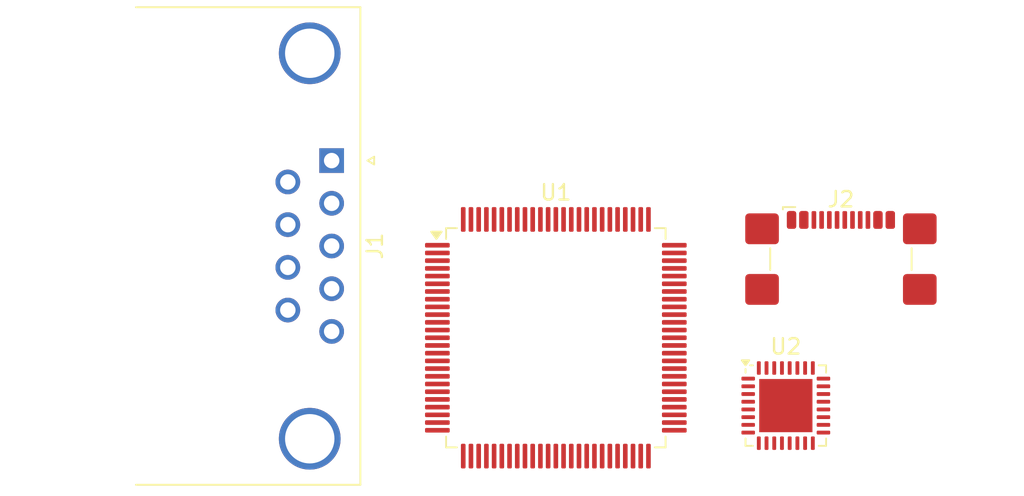
<source format=kicad_pcb>
(kicad_pcb (version 20241229) (generator "pcbnew") (generator_version "9.0")
  (layers (0 "F.Cu" signal) (4 "In1.Cu" signal) (6 "In2.Cu" signal) (2 "B.Cu" signal) (13 "F.Paste" user) (15 "B.Paste" user) (5 "F.SilkS" user "F.Silkscreen") (7 "B.SilkS" user "B.Silkscreen") (1 "F.Mask" user) (3 "B.Mask" user) (25 "Edge.Cuts" user))
  (net 0 "")
  (net 1 "GND")
  (net 2 "/CAN1_LO")
  (net 3 "+5V")
  (net 4 "+12V")
  (net 5 "/CAN0_LO")
  (net 6 "/CAN0_HI")
  (net 7 "/CAN1_HI")
  (net 9 "Net-(J2-GND-PadA1)")
  (net 10 "Net-(J2-VBUS-PadA4)")
  (net 41 "Net-(U1-VSS-Pad10)")
  (footprint "Connector_USB:USB_C_Receptacle_GCT_USB4110" (layer "F.Cu") (at 126.42 105.99)
    (property "Reference" "J2" (at 0 -5.015 0) (layer "F.SilkS"))
    (property "Value" "USB_C_Receptacle_USB2.0_14P")
    (fp_line (start -4.58 -0.435) (end -4.58 -1.845) (stroke (width 0.12)) (layer "F.SilkS"))
    (fp_line (start -3.76 -4.515) (end -3.76 -4.365) (stroke (width 0.12)) (layer "F.SilkS"))
    (fp_line (start -2.96 -4.515) (end -3.76 -4.515) (stroke (width 0.12)) (layer "F.SilkS"))
    (fp_line (start 4.58 -0.435) (end 4.58 -1.845) (stroke (width 0.12)) (layer "F.SilkS"))
    (pad "" np_thru_hole circle (at -2.89 -2.605) (size 0.65 0.65) (drill 0.65) (layers "F&B.Cu" "*.Mask"))
    (pad "" np_thru_hole circle (at 2.89 -2.605) (size 0.65 0.65) (drill 0.65) (layers "F&B.Cu" "*.Mask"))
    (pad "A1" smd roundrect (at -3.2 -3.68) (size 0.6 1.15) (layers "F.Cu" "F.Mask" "F.Paste") (net 9 "Net-(J2-GND-PadA1)"))
    (pad "A4" smd roundrect (at -2.4 -3.68) (size 0.6 1.15) (layers "F.Cu" "F.Mask" "F.Paste") (net 10 "Net-(J2-VBUS-PadA4)"))
    (pad "A5" smd roundrect (at -1.25 -3.68) (size 0.3 1.15) (layers "F.Cu" "F.Mask" "F.Paste"))
    (pad "A6" smd roundrect (at -0.25 -3.68) (size 0.3 1.15) (layers "F.Cu" "F.Mask" "F.Paste"))
    (pad "A7" smd roundrect (at 0.25 -3.68) (size 0.3 1.15) (layers "F.Cu" "F.Mask" "F.Paste"))
    (pad "A8" smd roundrect (at 1.25 -3.68) (size 0.3 1.15) (layers "F.Cu" "F.Mask" "F.Paste"))
    (pad "A9" smd roundrect (at 2.4 -3.68) (size 0.6 1.15) (layers "F.Cu" "F.Mask" "F.Paste") (net 10 "Net-(J2-VBUS-PadA4)"))
    (pad "A12" smd roundrect (at 3.2 -3.68) (size 0.6 1.15) (layers "F.Cu" "F.Mask" "F.Paste") (net 9 "Net-(J2-GND-PadA1)"))
    (pad "B1" smd roundrect (at 3.2 -3.68) (size 0.6 1.15) (layers "F.Cu" "F.Mask" "F.Paste") (net 9 "Net-(J2-GND-PadA1)"))
    (pad "B4" smd roundrect (at 2.4 -3.68) (size 0.6 1.15) (layers "F.Cu" "F.Mask" "F.Paste") (net 10 "Net-(J2-VBUS-PadA4)"))
    (pad "B5" smd roundrect (at 1.75 -3.68) (size 0.3 1.15) (layers "F.Cu" "F.Mask" "F.Paste"))
    (pad "B6" smd roundrect (at 0.75 -3.68) (size 0.3 1.15) (layers "F.Cu" "F.Mask" "F.Paste"))
    (pad "B7" smd roundrect (at -0.75 -3.68) (size 0.3 1.15) (layers "F.Cu" "F.Mask" "F.Paste"))
    (pad "B8" smd roundrect (at -1.75 -3.68) (size 0.3 1.15) (layers "F.Cu" "F.Mask" "F.Paste"))
    (pad "B9" smd roundrect (at -2.4 -3.68) (size 0.6 1.15) (layers "F.Cu" "F.Mask" "F.Paste") (net 10 "Net-(J2-VBUS-PadA4)"))
    (pad "B12" smd roundrect (at -3.2 -3.68) (size 0.6 1.15) (layers "F.Cu" "F.Mask" "F.Paste") (net 9 "Net-(J2-GND-PadA1)"))
    (pad "S1" smd roundrect (at -5.11 -3.105) (size 2.18 2) (layers "F.Cu" "F.Mask" "F.Paste") (roundrect_rratio 0.125))
    (pad "S1" smd roundrect (at -5.11 0.825) (size 2.18 2) (layers "F.Cu" "F.Mask" "F.Paste") (roundrect_rratio 0.125))
    (pad "S1" smd roundrect (at 5.11 -3.105) (size 2.18 2) (layers "F.Cu" "F.Mask" "F.Paste") (roundrect_rratio 0.125))
    (pad "S1" smd roundrect (at 5.11 0.825) (size 2.18 2) (layers "F.Cu" "F.Mask" "F.Paste") (roundrect_rratio 0.125))
  )
  (footprint "Package_DFN_QFN:QFN-32-1EP_5x5mm_P0.5mm_EP3.45x3.45mm" (layer "F.Cu") (at 122.85 114.35)
    (property "Reference" "U2" (at 0 -3.83 0) (layer "F.SilkS"))
    (property "Value" "USB3300-EZK")
    (fp_line (start -2.61 -2.135) (end -2.61 -2.37) (stroke (width 0.12)) (layer "F.SilkS"))
    (fp_line (start -2.61 2.61) (end -2.61 2.135) (stroke (width 0.12)) (layer "F.SilkS"))
    (fp_line (start -2.135 -2.61) (end -2.31 -2.61) (stroke (width 0.12)) (layer "F.SilkS"))
    (fp_line (start -2.135 2.61) (end -2.61 2.61) (stroke (width 0.12)) (layer "F.SilkS"))
    (fp_line (start 2.135 -2.61) (end 2.61 -2.61) (stroke (width 0.12)) (layer "F.SilkS"))
    (fp_line (start 2.135 2.61) (end 2.61 2.61) (stroke (width 0.12)) (layer "F.SilkS"))
    (fp_line (start 2.61 -2.61) (end 2.61 -2.135) (stroke (width 0.12)) (layer "F.SilkS"))
    (fp_line (start 2.61 2.61) (end 2.61 2.135) (stroke (width 0.12)) (layer "F.SilkS"))
    (fp_poly (pts (xy -2.61 -2.61) (xy -2.85 -2.94) (xy -2.37 -2.94) (xy -2.61 -2.61)) (stroke (width 0.12)) (fill yes) (layer "F.SilkS"))
    (pad "1" smd roundrect (at -2.4375 -1.75) (size 0.875 0.25) (layers "F.Cu" "F.Mask" "F.Paste"))
    (pad "2" smd roundrect (at -2.4375 -1.25) (size 0.875 0.25) (layers "F.Cu" "F.Mask" "F.Paste"))
    (pad "3" smd roundrect (at -2.4375 -0.75) (size 0.875 0.25) (layers "F.Cu" "F.Mask" "F.Paste"))
    (pad "4" smd roundrect (at -2.4375 -0.25) (size 0.875 0.25) (layers "F.Cu" "F.Mask" "F.Paste"))
    (pad "5" smd roundrect (at -2.4375 0.25) (size 0.875 0.25) (layers "F.Cu" "F.Mask" "F.Paste"))
    (pad "6" smd roundrect (at -2.4375 0.75) (size 0.875 0.25) (layers "F.Cu" "F.Mask" "F.Paste"))
    (pad "7" smd roundrect (at -2.4375 1.25) (size 0.875 0.25) (layers "F.Cu" "F.Mask" "F.Paste"))
    (pad "8" smd roundrect (at -2.4375 1.75) (size 0.875 0.25) (layers "F.Cu" "F.Mask" "F.Paste"))
    (pad "9" smd roundrect (at -1.75 2.4375) (size 0.25 0.875) (layers "F.Cu" "F.Mask" "F.Paste"))
    (pad "10" smd roundrect (at -1.25 2.4375) (size 0.25 0.875) (layers "F.Cu" "F.Mask" "F.Paste"))
    (pad "11" smd roundrect (at -0.75 2.4375) (size 0.25 0.875) (layers "F.Cu" "F.Mask" "F.Paste"))
    (pad "12" smd roundrect (at -0.25 2.4375) (size 0.25 0.875) (layers "F.Cu" "F.Mask" "F.Paste"))
    (pad "13" smd roundrect (at 0.25 2.4375) (size 0.25 0.875) (layers "F.Cu" "F.Mask" "F.Paste"))
    (pad "14" smd roundrect (at 0.75 2.4375) (size 0.25 0.875) (layers "F.Cu" "F.Mask" "F.Paste"))
    (pad "15" smd roundrect (at 1.25 2.4375) (size 0.25 0.875) (layers "F.Cu" "F.Mask" "F.Paste"))
    (pad "16" smd roundrect (at 1.75 2.4375) (size 0.25 0.875) (layers "F.Cu" "F.Mask" "F.Paste"))
    (pad "17" smd roundrect (at 2.4375 1.75) (size 0.875 0.25) (layers "F.Cu" "F.Mask" "F.Paste"))
    (pad "18" smd roundrect (at 2.4375 1.25) (size 0.875 0.25) (layers "F.Cu" "F.Mask" "F.Paste"))
    (pad "19" smd roundrect (at 2.4375 0.75) (size 0.875 0.25) (layers "F.Cu" "F.Mask" "F.Paste"))
    (pad "20" smd roundrect (at 2.4375 0.25) (size 0.875 0.25) (layers "F.Cu" "F.Mask" "F.Paste"))
    (pad "21" smd roundrect (at 2.4375 -0.25) (size 0.875 0.25) (layers "F.Cu" "F.Mask" "F.Paste"))
    (pad "22" smd roundrect (at 2.4375 -0.75) (size 0.875 0.25) (layers "F.Cu" "F.Mask" "F.Paste"))
    (pad "23" smd roundrect (at 2.4375 -1.25) (size 0.875 0.25) (layers "F.Cu" "F.Mask" "F.Paste"))
    (pad "24" smd roundrect (at 2.4375 -1.75) (size 0.875 0.25) (layers "F.Cu" "F.Mask" "F.Paste"))
    (pad "25" smd roundrect (at 1.75 -2.4375) (size 0.25 0.875) (layers "F.Cu" "F.Mask" "F.Paste"))
    (pad "26" smd roundrect (at 1.25 -2.4375) (size 0.25 0.875) (layers "F.Cu" "F.Mask" "F.Paste"))
    (pad "27" smd roundrect (at 0.75 -2.4375) (size 0.25 0.875) (layers "F.Cu" "F.Mask" "F.Paste"))
    (pad "28" smd roundrect (at 0.25 -2.4375) (size 0.25 0.875) (layers "F.Cu" "F.Mask" "F.Paste"))
    (pad "29" smd roundrect (at -0.25 -2.4375) (size 0.25 0.875) (layers "F.Cu" "F.Mask" "F.Paste"))
    (pad "30" smd roundrect (at -0.75 -2.4375) (size 0.25 0.875) (layers "F.Cu" "F.Mask" "F.Paste"))
    (pad "31" smd roundrect (at -1.25 -2.4375) (size 0.25 0.875) (layers "F.Cu" "F.Mask" "F.Paste"))
    (pad "32" smd roundrect (at -1.75 -2.4375) (size 0.25 0.875) (layers "F.Cu" "F.Mask" "F.Paste"))
    (pad "33" smd rect (at 0 0) (size 3.45 3.45) (property pad_prop_heatsink) (layers "F.Cu" "F.Mask"))
  )
  (footprint "Connector_Dsub:DSUB-9_Pins_Horizontal_P2.77x2.84mm_EdgePinOffset9.90mm_Housed_MountingHolesOffset11.32mm" (layer "F.Cu") (at 93.425331 98.46 -90)
    (property "Reference" "J1" (at 5.54 -2.8 90) (layer "F.SilkS"))
    (property "Value" "DE9_Pins")
    (fp_line (start -9.945 12.68) (end -9.945 -1.86) (stroke (width 0.12)) (layer "F.SilkS"))
    (fp_line (start -9.945 -1.86) (end 21.025 -1.86) (stroke (width 0.12)) (layer "F.SilkS"))
    (fp_line (start 21.025 -1.86) (end 21.025 12.68) (stroke (width 0.12)) (layer "F.SilkS"))
    (fp_line (start 0 -2.321325) (end -0.25 -2.754338) (stroke (width 0.12)) (layer "F.SilkS"))
    (fp_line (start -0.25 -2.754338) (end 0.25 -2.754338) (stroke (width 0.12)) (layer "F.SilkS"))
    (fp_line (start 0.25 -2.754338) (end 0 -2.321325) (stroke (width 0.12)) (layer "F.SilkS"))
    (pad "0" thru_hole circle (at -6.96 1.42 270) (size 4 4) (drill 3.2) (layers "*.Cu" "*.Mask"))
    (pad "0" thru_hole circle (at 18.04 1.42 270) (size 4 4) (drill 3.2) (layers "*.Cu" "*.Mask"))
    (pad "1" thru_hole rect (at 0 0 270) (size 1.6 1.6) (drill 1) (layers "*.Cu" "*.Mask") (net 3 "+5V"))
    (pad "2" thru_hole circle (at 2.77 0 270) (size 1.6 1.6) (drill 1) (layers "*.Cu" "*.Mask") (net 5 "/CAN0_LO"))
    (pad "3" thru_hole circle (at 5.54 0 270) (size 1.6 1.6) (drill 1) (layers "*.Cu" "*.Mask") (net 1 "GND"))
    (pad "4" thru_hole circle (at 8.31 0 270) (size 1.6 1.6) (drill 1) (layers "*.Cu" "*.Mask") (net 2 "/CAN1_LO"))
    (pad "5" thru_hole circle (at 11.08 0 270) (size 1.6 1.6) (drill 1) (layers "*.Cu" "*.Mask") (net 1 "GND"))
    (pad "6" thru_hole circle (at 1.385 2.84 270) (size 1.6 1.6) (drill 1) (layers "*.Cu" "*.Mask") (net 1 "GND"))
    (pad "7" thru_hole circle (at 4.155 2.84 270) (size 1.6 1.6) (drill 1) (layers "*.Cu" "*.Mask") (net 6 "/CAN0_HI"))
    (pad "8" thru_hole circle (at 6.925 2.84 270) (size 1.6 1.6) (drill 1) (layers "*.Cu" "*.Mask") (net 7 "/CAN1_HI"))
    (pad "9" thru_hole circle (at 9.695 2.84 270) (size 1.6 1.6) (drill 1) (layers "*.Cu" "*.Mask") (net 4 "+12V"))
  )
  (footprint "Package_QFP:LQFP-100_14x14mm_P0.5mm" (layer "F.Cu") (at 107.95 109.95)
    (property "Reference" "U1" (at 0 -9.42 0) (layer "F.SilkS"))
    (property "Value" "STM32H723VETx")
    (fp_line (start -7.11 -7.11) (end -7.11 -6.41) (stroke (width 0.12)) (layer "F.SilkS"))
    (fp_line (start -7.11 7.11) (end -7.11 6.41) (stroke (width 0.12)) (layer "F.SilkS"))
    (fp_line (start -6.41 -7.11) (end -7.11 -7.11) (stroke (width 0.12)) (layer "F.SilkS"))
    (fp_line (start -6.41 7.11) (end -7.11 7.11) (stroke (width 0.12)) (layer "F.SilkS"))
    (fp_line (start 6.41 -7.11) (end 7.11 -7.11) (stroke (width 0.12)) (layer "F.SilkS"))
    (fp_line (start 6.41 7.11) (end 7.11 7.11) (stroke (width 0.12)) (layer "F.SilkS"))
    (fp_line (start 7.11 -7.11) (end 7.11 -6.41) (stroke (width 0.12)) (layer "F.SilkS"))
    (fp_line (start 7.11 7.11) (end 7.11 6.41) (stroke (width 0.12)) (layer "F.SilkS"))
    (fp_poly (pts (xy -7.7375 -6.41) (xy -8.0775 -6.88) (xy -7.3975 -6.88) (xy -7.7375 -6.41)) (stroke (width 0.12)) (fill yes) (layer "F.SilkS"))
    (pad "1" smd roundrect (at -7.675 -6) (size 1.6 0.3) (layers "F.Cu" "F.Mask" "F.Paste"))
    (pad "2" smd roundrect (at -7.675 -5.5) (size 1.6 0.3) (layers "F.Cu" "F.Mask" "F.Paste"))
    (pad "3" smd roundrect (at -7.675 -5) (size 1.6 0.3) (layers "F.Cu" "F.Mask" "F.Paste"))
    (pad "4" smd roundrect (at -7.675 -4.5) (size 1.6 0.3) (layers "F.Cu" "F.Mask" "F.Paste"))
    (pad "5" smd roundrect (at -7.675 -4) (size 1.6 0.3) (layers "F.Cu" "F.Mask" "F.Paste"))
    (pad "6" smd roundrect (at -7.675 -3.5) (size 1.6 0.3) (layers "F.Cu" "F.Mask" "F.Paste"))
    (pad "7" smd roundrect (at -7.675 -3) (size 1.6 0.3) (layers "F.Cu" "F.Mask" "F.Paste"))
    (pad "8" smd roundrect (at -7.675 -2.5) (size 1.6 0.3) (layers "F.Cu" "F.Mask" "F.Paste"))
    (pad "9" smd roundrect (at -7.675 -2) (size 1.6 0.3) (layers "F.Cu" "F.Mask" "F.Paste"))
    (pad "10" smd roundrect (at -7.675 -1.5) (size 1.6 0.3) (layers "F.Cu" "F.Mask" "F.Paste") (net 41 "Net-(U1-VSS-Pad10)"))
    (pad "11" smd roundrect (at -7.675 -1) (size 1.6 0.3) (layers "F.Cu" "F.Mask" "F.Paste"))
    (pad "12" smd roundrect (at -7.675 -0.5) (size 1.6 0.3) (layers "F.Cu" "F.Mask" "F.Paste"))
    (pad "13" smd roundrect (at -7.675 0) (size 1.6 0.3) (layers "F.Cu" "F.Mask" "F.Paste"))
    (pad "14" smd roundrect (at -7.675 0.5) (size 1.6 0.3) (layers "F.Cu" "F.Mask" "F.Paste"))
    (pad "15" smd roundrect (at -7.675 1) (size 1.6 0.3) (layers "F.Cu" "F.Mask" "F.Paste"))
    (pad "16" smd roundrect (at -7.675 1.5) (size 1.6 0.3) (layers "F.Cu" "F.Mask" "F.Paste"))
    (pad "17" smd roundrect (at -7.675 2) (size 1.6 0.3) (layers "F.Cu" "F.Mask" "F.Paste"))
    (pad "18" smd roundrect (at -7.675 2.5) (size 1.6 0.3) (layers "F.Cu" "F.Mask" "F.Paste"))
    (pad "19" smd roundrect (at -7.675 3) (size 1.6 0.3) (layers "F.Cu" "F.Mask" "F.Paste"))
    (pad "20" smd roundrect (at -7.675 3.5) (size 1.6 0.3) (layers "F.Cu" "F.Mask" "F.Paste"))
    (pad "21" smd roundrect (at -7.675 4) (size 1.6 0.3) (layers "F.Cu" "F.Mask" "F.Paste"))
    (pad "22" smd roundrect (at -7.675 4.5) (size 1.6 0.3) (layers "F.Cu" "F.Mask" "F.Paste"))
    (pad "23" smd roundrect (at -7.675 5) (size 1.6 0.3) (layers "F.Cu" "F.Mask" "F.Paste"))
    (pad "24" smd roundrect (at -7.675 5.5) (size 1.6 0.3) (layers "F.Cu" "F.Mask" "F.Paste"))
    (pad "25" smd roundrect (at -7.675 6) (size 1.6 0.3) (layers "F.Cu" "F.Mask" "F.Paste"))
    (pad "26" smd roundrect (at -6 7.675) (size 0.3 1.6) (layers "F.Cu" "F.Mask" "F.Paste") (net 41 "Net-(U1-VSS-Pad10)"))
    (pad "27" smd roundrect (at -5.5 7.675) (size 0.3 1.6) (layers "F.Cu" "F.Mask" "F.Paste"))
    (pad "28" smd roundrect (at -5 7.675) (size 0.3 1.6) (layers "F.Cu" "F.Mask" "F.Paste"))
    (pad "29" smd roundrect (at -4.5 7.675) (size 0.3 1.6) (layers "F.Cu" "F.Mask" "F.Paste"))
    (pad "30" smd roundrect (at -4 7.675) (size 0.3 1.6) (layers "F.Cu" "F.Mask" "F.Paste"))
    (pad "31" smd roundrect (at -3.5 7.675) (size 0.3 1.6) (layers "F.Cu" "F.Mask" "F.Paste"))
    (pad "32" smd roundrect (at -3 7.675) (size 0.3 1.6) (layers "F.Cu" "F.Mask" "F.Paste"))
    (pad "33" smd roundrect (at -2.5 7.675) (size 0.3 1.6) (layers "F.Cu" "F.Mask" "F.Paste"))
    (pad "34" smd roundrect (at -2 7.675) (size 0.3 1.6) (layers "F.Cu" "F.Mask" "F.Paste"))
    (pad "35" smd roundrect (at -1.5 7.675) (size 0.3 1.6) (layers "F.Cu" "F.Mask" "F.Paste"))
    (pad "36" smd roundrect (at -1 7.675) (size 0.3 1.6) (layers "F.Cu" "F.Mask" "F.Paste"))
    (pad "37" smd roundrect (at -0.5 7.675) (size 0.3 1.6) (layers "F.Cu" "F.Mask" "F.Paste"))
    (pad "38" smd roundrect (at 0 7.675) (size 0.3 1.6) (layers "F.Cu" "F.Mask" "F.Paste"))
    (pad "39" smd roundrect (at 0.5 7.675) (size 0.3 1.6) (layers "F.Cu" "F.Mask" "F.Paste"))
    (pad "40" smd roundrect (at 1 7.675) (size 0.3 1.6) (layers "F.Cu" "F.Mask" "F.Paste"))
    (pad "41" smd roundrect (at 1.5 7.675) (size 0.3 1.6) (layers "F.Cu" "F.Mask" "F.Paste"))
    (pad "42" smd roundrect (at 2 7.675) (size 0.3 1.6) (layers "F.Cu" "F.Mask" "F.Paste"))
    (pad "43" smd roundrect (at 2.5 7.675) (size 0.3 1.6) (layers "F.Cu" "F.Mask" "F.Paste"))
    (pad "44" smd roundrect (at 3 7.675) (size 0.3 1.6) (layers "F.Cu" "F.Mask" "F.Paste"))
    (pad "45" smd roundrect (at 3.5 7.675) (size 0.3 1.6) (layers "F.Cu" "F.Mask" "F.Paste"))
    (pad "46" smd roundrect (at 4 7.675) (size 0.3 1.6) (layers "F.Cu" "F.Mask" "F.Paste"))
    (pad "47" smd roundrect (at 4.5 7.675) (size 0.3 1.6) (layers "F.Cu" "F.Mask" "F.Paste"))
    (pad "48" smd roundrect (at 5 7.675) (size 0.3 1.6) (layers "F.Cu" "F.Mask" "F.Paste"))
    (pad "49" smd roundrect (at 5.5 7.675) (size 0.3 1.6) (layers "F.Cu" "F.Mask" "F.Paste") (net 41 "Net-(U1-VSS-Pad10)"))
    (pad "50" smd roundrect (at 6 7.675) (size 0.3 1.6) (layers "F.Cu" "F.Mask" "F.Paste"))
    (pad "51" smd roundrect (at 7.675 6) (size 1.6 0.3) (layers "F.Cu" "F.Mask" "F.Paste"))
    (pad "52" smd roundrect (at 7.675 5.5) (size 1.6 0.3) (layers "F.Cu" "F.Mask" "F.Paste"))
    (pad "53" smd roundrect (at 7.675 5) (size 1.6 0.3) (layers "F.Cu" "F.Mask" "F.Paste"))
    (pad "54" smd roundrect (at 7.675 4.5) (size 1.6 0.3) (layers "F.Cu" "F.Mask" "F.Paste"))
    (pad "55" smd roundrect (at 7.675 4) (size 1.6 0.3) (layers "F.Cu" "F.Mask" "F.Paste"))
    (pad "56" smd roundrect (at 7.675 3.5) (size 1.6 0.3) (layers "F.Cu" "F.Mask" "F.Paste"))
    (pad "57" smd roundrect (at 7.675 3) (size 1.6 0.3) (layers "F.Cu" "F.Mask" "F.Paste"))
    (pad "58" smd roundrect (at 7.675 2.5) (size 1.6 0.3) (layers "F.Cu" "F.Mask" "F.Paste"))
    (pad "59" smd roundrect (at 7.675 2) (size 1.6 0.3) (layers "F.Cu" "F.Mask" "F.Paste"))
    (pad "60" smd roundrect (at 7.675 1.5) (size 1.6 0.3) (layers "F.Cu" "F.Mask" "F.Paste"))
    (pad "61" smd roundrect (at 7.675 1) (size 1.6 0.3) (layers "F.Cu" "F.Mask" "F.Paste"))
    (pad "62" smd roundrect (at 7.675 0.5) (size 1.6 0.3) (layers "F.Cu" "F.Mask" "F.Paste"))
    (pad "63" smd roundrect (at 7.675 0) (size 1.6 0.3) (layers "F.Cu" "F.Mask" "F.Paste"))
    (pad "64" smd roundrect (at 7.675 -0.5) (size 1.6 0.3) (layers "F.Cu" "F.Mask" "F.Paste"))
    (pad "65" smd roundrect (at 7.675 -1) (size 1.6 0.3) (layers "F.Cu" "F.Mask" "F.Paste"))
    (pad "66" smd roundrect (at 7.675 -1.5) (size 1.6 0.3) (layers "F.Cu" "F.Mask" "F.Paste"))
    (pad "67" smd roundrect (at 7.675 -2) (size 1.6 0.3) (layers "F.Cu" "F.Mask" "F.Paste"))
    (pad "68" smd roundrect (at 7.675 -2.5) (size 1.6 0.3) (layers "F.Cu" "F.Mask" "F.Paste"))
    (pad "69" smd roundrect (at 7.675 -3) (size 1.6 0.3) (layers "F.Cu" "F.Mask" "F.Paste"))
    (pad "70" smd roundrect (at 7.675 -3.5) (size 1.6 0.3) (layers "F.Cu" "F.Mask" "F.Paste"))
    (pad "71" smd roundrect (at 7.675 -4) (size 1.6 0.3) (layers "F.Cu" "F.Mask" "F.Paste"))
    (pad "72" smd roundrect (at 7.675 -4.5) (size 1.6 0.3) (layers "F.Cu" "F.Mask" "F.Paste"))
    (pad "73" smd roundrect (at 7.675 -5) (size 1.6 0.3) (layers "F.Cu" "F.Mask" "F.Paste"))
    (pad "74" smd roundrect (at 7.675 -5.5) (size 1.6 0.3) (layers "F.Cu" "F.Mask" "F.Paste") (net 41 "Net-(U1-VSS-Pad10)"))
    (pad "75" smd roundrect (at 7.675 -6) (size 1.6 0.3) (layers "F.Cu" "F.Mask" "F.Paste"))
    (pad "76" smd roundrect (at 6 -7.675) (size 0.3 1.6) (layers "F.Cu" "F.Mask" "F.Paste"))
    (pad "77" smd roundrect (at 5.5 -7.675) (size 0.3 1.6) (layers "F.Cu" "F.Mask" "F.Paste"))
    (pad "78" smd roundrect (at 5 -7.675) (size 0.3 1.6) (layers "F.Cu" "F.Mask" "F.Paste"))
    (pad "79" smd roundrect (at 4.5 -7.675) (size 0.3 1.6) (layers "F.Cu" "F.Mask" "F.Paste"))
    (pad "80" smd roundrect (at 4 -7.675) (size 0.3 1.6) (layers "F.Cu" "F.Mask" "F.Paste"))
    (pad "81" smd roundrect (at 3.5 -7.675) (size 0.3 1.6) (layers "F.Cu" "F.Mask" "F.Paste"))
    (pad "82" smd roundrect (at 3 -7.675) (size 0.3 1.6) (layers "F.Cu" "F.Mask" "F.Paste"))
    (pad "83" smd roundrect (at 2.5 -7.675) (size 0.3 1.6) (layers "F.Cu" "F.Mask" "F.Paste"))
    (pad "84" smd roundrect (at 2 -7.675) (size 0.3 1.6) (layers "F.Cu" "F.Mask" "F.Paste"))
    (pad "85" smd roundrect (at 1.5 -7.675) (size 0.3 1.6) (layers "F.Cu" "F.Mask" "F.Paste"))
    (pad "86" smd roundrect (at 1 -7.675) (size 0.3 1.6) (layers "F.Cu" "F.Mask" "F.Paste"))
    (pad "87" smd roundrect (at 0.5 -7.675) (size 0.3 1.6) (layers "F.Cu" "F.Mask" "F.Paste"))
    (pad "88" smd roundrect (at 0 -7.675) (size 0.3 1.6) (layers "F.Cu" "F.Mask" "F.Paste"))
    (pad "89" smd roundrect (at -0.5 -7.675) (size 0.3 1.6) (layers "F.Cu" "F.Mask" "F.Paste"))
    (pad "90" smd roundrect (at -1 -7.675) (size 0.3 1.6) (layers "F.Cu" "F.Mask" "F.Paste"))
    (pad "91" smd roundrect (at -1.5 -7.675) (size 0.3 1.6) (layers "F.Cu" "F.Mask" "F.Paste"))
    (pad "92" smd roundrect (at -2 -7.675) (size 0.3 1.6) (layers "F.Cu" "F.Mask" "F.Paste"))
    (pad "93" smd roundrect (at -2.5 -7.675) (size 0.3 1.6) (layers "F.Cu" "F.Mask" "F.Paste"))
    (pad "94" smd roundrect (at -3 -7.675) (size 0.3 1.6) (layers "F.Cu" "F.Mask" "F.Paste"))
    (pad "95" smd roundrect (at -3.5 -7.675) (size 0.3 1.6) (layers "F.Cu" "F.Mask" "F.Paste"))
    (pad "96" smd roundrect (at -4 -7.675) (size 0.3 1.6) (layers "F.Cu" "F.Mask" "F.Paste"))
    (pad "97" smd roundrect (at -4.5 -7.675) (size 0.3 1.6) (layers "F.Cu" "F.Mask" "F.Paste"))
    (pad "98" smd roundrect (at -5 -7.675) (size 0.3 1.6) (layers "F.Cu" "F.Mask" "F.Paste"))
    (pad "99" smd roundrect (at -5.5 -7.675) (size 0.3 1.6) (layers "F.Cu" "F.Mask" "F.Paste") (net 41 "Net-(U1-VSS-Pad10)"))
    (pad "100" smd roundrect (at -6 -7.675) (size 0.3 1.6) (layers "F.Cu" "F.Mask" "F.Paste"))
  )
)
</source>
